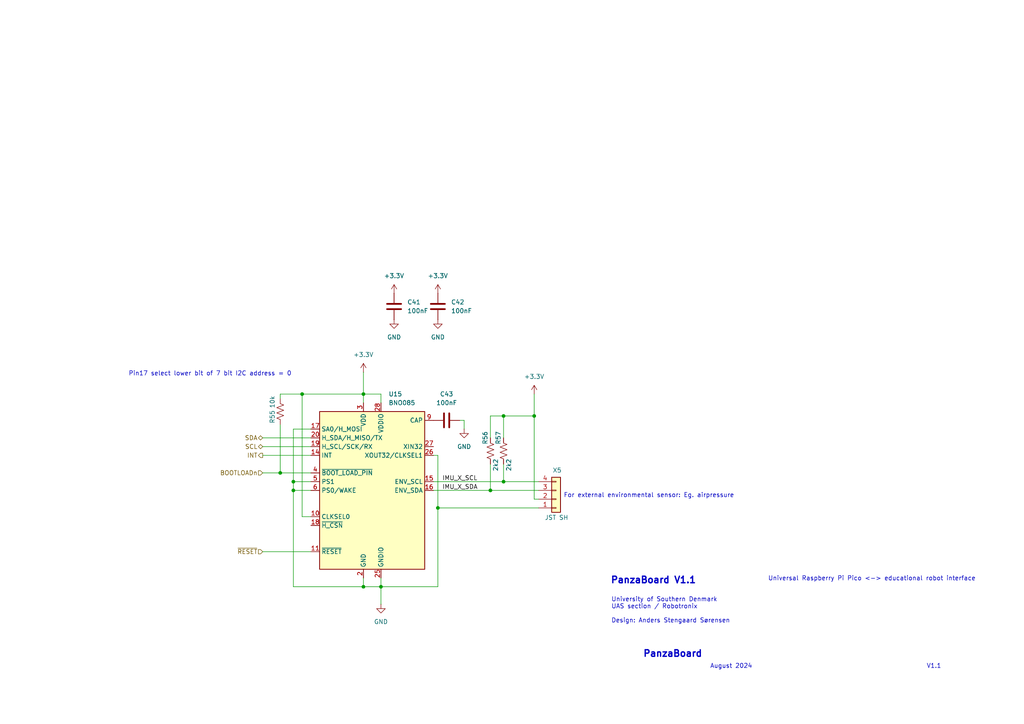
<source format=kicad_sch>
(kicad_sch (version 20231120) (generator "eeschema") (generator_version "8.0")
  (paper "A4")
  (lib_symbols
    (symbol "Connector_Generic:Conn_01x04" (pin_names (offset 1.016) hide)
      (property "Reference" "J" (at 0 5.08 0))
      (property "Value" "Conn_01x04" (at 0 -7.62 0))
      (symbol "Conn_01x04_1_1"
        (rectangle (start -1.27 -4.953) (end 0 -5.207) (stroke (width 0.1524)))
        (rectangle (start -1.27 -2.413) (end 0 -2.667) (stroke (width 0.1524)))
        (rectangle (start -1.27 0.127) (end 0 -0.127) (stroke (width 0.1524)))
        (rectangle (start -1.27 2.667) (end 0 2.413) (stroke (width 0.1524)))
        (rectangle (start -1.27 3.81) (end 1.27 -6.35) (stroke (width 0.254)) (fill (type background)))
        (pin passive line (at -5.08 2.54 0) (length 3.81) (name "Pin_1") (number "1"))
        (pin passive line (at -5.08 0 0) (length 3.81) (name "Pin_2") (number "2"))
        (pin passive line (at -5.08 -2.54 0) (length 3.81) (name "Pin_3") (number "3"))
        (pin passive line (at -5.08 -5.08 0) (length 3.81) (name "Pin_4") (number "4"))
      )
    )
    (symbol "Device:C" (pin_numbers hide) (pin_names (offset 0.254))
      (property "Reference" "C" (at 0.635 2.54 0))
      (property "Value" "C" (at 0.635 -2.54 0))
      (symbol "C_0_1"
        (polyline (pts (xy -2.032 -0.762) (xy 2.032 -0.762)) (stroke (width 0.508)))
        (polyline (pts (xy -2.032 0.762) (xy 2.032 0.762)) (stroke (width 0.508)))
      )
      (symbol "C_1_1"
        (pin passive line (at 0 3.81 270) (length 2.794) (name "~") (number "1"))
        (pin passive line (at 0 -3.81 90) (length 2.794) (name "~") (number "2"))
      )
    )
    (symbol "Device:R_US" (pin_numbers hide) (pin_names (offset 0))
      (property "Reference" "R" (at 2.54 0 90))
      (property "Value" "R_US" (at -2.54 0 90))
      (symbol "R_US_0_1"
        (polyline (pts (xy 0 -2.286) (xy 0 -2.54)))
        (polyline (pts (xy 0 2.286) (xy 0 2.54)))
        (polyline (pts (xy 0 -0.762) (xy 1.016 -1.143) (xy 0 -1.524) (xy -1.016 -1.905) (xy 0 -2.286)))
        (polyline (pts (xy 0 0.762) (xy 1.016 0.381) (xy 0 0) (xy -1.016 -0.381) (xy 0 -0.762)))
        (polyline (pts (xy 0 2.286) (xy 1.016 1.905) (xy 0 1.524) (xy -1.016 1.143) (xy 0 0.762)))
      )
      (symbol "R_US_1_1"
        (pin passive line (at 0 3.81 270) (length 1.27) (name "~") (number "1"))
        (pin passive line (at 0 -3.81 90) (length 1.27) (name "~") (number "2"))
      )
    )
    (symbol "ass_ic:BNO085"
      (property "Reference" "U" (at 7.112 24.13 0))
      (property "Value" "BNO085" (at 12.7 16.51 0))
      (symbol "BNO085_0_1"
        (rectangle (start -15.24 22.86) (end 15.24 -22.86) (stroke (width 0.254)) (fill (type background)))
      )
      (symbol "BNO085_1_1"
        (pin no_connect line (at -38.1 15.24 0) (length 2.54) hide (name "PIN1") (number "1"))
        (pin input line (at -17.78 -7.62 0) (length 2.54) (name "CLKSEL0") (number "10"))
        (pin input line (at -17.78 -17.78 0) (length 2.54) (name "~{RESET}") (number "11"))
        (pin no_connect line (at -41.91 1.27 180) (length 2.54) hide (name "PIN12") (number "12"))
        (pin no_connect line (at -41.91 -1.27 180) (length 2.54) hide (name "PIN13") (number "13"))
        (pin output line (at -17.78 10.16 0) (length 2.54) (name "INT") (number "14"))
        (pin bidirectional line (at 17.78 2.54 180) (length 2.54) (name "ENV_SCL") (number "15"))
        (pin bidirectional line (at 17.78 0 180) (length 2.54) (name "ENV_SDA") (number "16"))
        (pin input line (at -17.78 17.78 0) (length 2.54) (name "SA0/H_MOSI") (number "17"))
        (pin input line (at -17.78 -10.16 0) (length 2.54) (name "~{H_CSN}") (number "18"))
        (pin bidirectional line (at -17.78 12.7 0) (length 2.54) (name "H_SCL/SCK/RX") (number "19"))
        (pin power_in line (at -2.54 -25.4 90) (length 2.54) (name "GND") (number "2"))
        (pin bidirectional line (at -17.78 15.24 0) (length 2.54) (name "H_SDA/H_MISO/TX") (number "20"))
        (pin no_connect line (at -41.91 -5.08 180) (length 2.54) hide (name "PIN21") (number "21"))
        (pin no_connect line (at -41.91 -7.62 180) (length 2.54) hide (name "PIN22") (number "22"))
        (pin no_connect line (at -44.45 -12.7 180) (length 2.54) hide (name "PIN23") (number "23"))
        (pin no_connect line (at -44.45 -15.24 180) (length 2.54) hide (name "PIN24") (number "24"))
        (pin power_in line (at 2.54 -25.4 90) (length 2.54) (name "GNDIO") (number "25"))
        (pin bidirectional line (at 17.78 10.16 180) (length 2.54) (name "XOUT32/CLKSEL1") (number "26"))
        (pin input line (at 17.78 12.7 180) (length 2.54) (name "XIN32") (number "27"))
        (pin power_in line (at 2.54 25.4 270) (length 2.54) (name "VDDIO") (number "28"))
        (pin power_in line (at -2.54 25.4 270) (length 2.54) (name "VDD") (number "3"))
        (pin input line (at -17.78 5.08 0) (length 2.54) (name "~{BOOT_LOAD_PIN}") (number "4"))
        (pin input line (at -17.78 2.54 0) (length 2.54) (name "PS1") (number "5"))
        (pin input line (at -17.78 0 0) (length 2.54) (name "PS0/WAKE") (number "6"))
        (pin no_connect line (at -38.1 11.43 0) (length 2.54) hide (name "PIN7") (number "7"))
        (pin no_connect line (at -38.1 7.62 0) (length 2.54) hide (name "PIN8") (number "8"))
        (pin passive line (at 17.78 20.32 180) (length 2.54) (name "CAP") (number "9"))
      )
    )
    (symbol "power:+3.3V" (power) (pin_numbers hide) (pin_names (offset 0) hide)
      (property "Value" "+3.3V" (at 0 3.556 0))
      (symbol "+3.3V_0_1"
        (polyline (pts (xy -0.762 1.27) (xy 0 2.54)))
        (polyline (pts (xy 0 0) (xy 0 2.54)))
        (polyline (pts (xy 0 2.54) (xy 0.762 1.27)))
      )
      (symbol "+3.3V_1_1"
        (pin power_in line (at 0 0 90) (length 0) (name "~") (number "1"))
      )
    )
    (symbol "power:GND" (power) (pin_numbers hide) (pin_names (offset 0) hide)
      (property "Value" "GND" (at 0 -3.81 0))
      (symbol "GND_0_1"
        (polyline (pts (xy 0 0) (xy 0 -1.27) (xy 1.27 -1.27) (xy 0 -2.54) (xy -1.27 -1.27) (xy 0 -1.27)))
      )
      (symbol "GND_1_1"
        (pin power_in line (at 0 0 270) (length 0) (name "~") (number "1"))
      )
    )
  )
  (junction (at 146.05 139.7))
  (junction (at 85.09 142.24))
  (junction (at 142.24 142.24))
  (junction (at 146.05 120.65))
  (junction (at 154.94 120.65))
  (junction (at 85.09 139.7))
  (junction (at 87.63 114.3))
  (junction (at 127 147.32))
  (junction (at 105.41 170.18))
  (junction (at 105.41 114.3))
  (junction (at 81.28 137.16))
  (junction (at 110.49 170.18))
  (wire (pts (xy 142.24 134.62) (xy 142.24 142.24)))
  (wire (pts (xy 85.09 170.18) (xy 105.41 170.18)))
  (wire (pts (xy 110.49 170.18) (xy 105.41 170.18)))
  (wire (pts (xy 76.2 127) (xy 90.17 127)))
  (wire (pts (xy 125.73 142.24) (xy 142.24 142.24)))
  (wire (pts (xy 146.05 139.7) (xy 156.21 139.7)))
  (wire (pts (xy 127 170.18) (xy 110.49 170.18)))
  (wire (pts (xy 110.49 114.3) (xy 110.49 116.84)))
  (wire (pts (xy 85.09 124.46) (xy 90.17 124.46)))
  (wire (pts (xy 85.09 139.7) (xy 85.09 142.24)))
  (wire (pts (xy 142.24 127) (xy 142.24 120.65)))
  (wire (pts (xy 90.17 142.24) (xy 85.09 142.24)))
  (wire (pts (xy 87.63 149.86) (xy 87.63 114.3)))
  (wire (pts (xy 127 132.08) (xy 127 147.32)))
  (wire (pts (xy 133.35 121.92) (xy 134.62 121.92)))
  (wire (pts (xy 81.28 115.57) (xy 81.28 114.3)))
  (wire (pts (xy 146.05 120.65) (xy 154.94 120.65)))
  (wire (pts (xy 134.62 121.92) (xy 134.62 124.46)))
  (wire (pts (xy 146.05 120.65) (xy 146.05 127)))
  (wire (pts (xy 87.63 114.3) (xy 105.41 114.3)))
  (wire (pts (xy 105.41 107.95) (xy 105.41 114.3)))
  (wire (pts (xy 76.2 129.54) (xy 90.17 129.54)))
  (wire (pts (xy 110.49 167.64) (xy 110.49 170.18)))
  (wire (pts (xy 127 147.32) (xy 156.21 147.32)))
  (wire (pts (xy 90.17 137.16) (xy 81.28 137.16)))
  (wire (pts (xy 76.2 132.08) (xy 90.17 132.08)))
  (wire (pts (xy 85.09 139.7) (xy 85.09 124.46)))
  (wire (pts (xy 154.94 120.65) (xy 154.94 144.78)))
  (wire (pts (xy 142.24 120.65) (xy 146.05 120.65)))
  (wire (pts (xy 127 147.32) (xy 127 170.18)))
  (wire (pts (xy 156.21 144.78) (xy 154.94 144.78)))
  (wire (pts (xy 146.05 134.62) (xy 146.05 139.7)))
  (wire (pts (xy 85.09 142.24) (xy 85.09 170.18)))
  (wire (pts (xy 105.41 167.64) (xy 105.41 170.18)))
  (wire (pts (xy 154.94 114.3) (xy 154.94 120.65)))
  (wire (pts (xy 105.41 114.3) (xy 105.41 116.84)))
  (wire (pts (xy 142.24 142.24) (xy 156.21 142.24)))
  (wire (pts (xy 76.2 160.02) (xy 90.17 160.02)))
  (wire (pts (xy 110.49 170.18) (xy 110.49 175.26)))
  (wire (pts (xy 105.41 114.3) (xy 110.49 114.3)))
  (wire (pts (xy 90.17 139.7) (xy 85.09 139.7)))
  (wire (pts (xy 81.28 137.16) (xy 76.2 137.16)))
  (wire (pts (xy 81.28 114.3) (xy 87.63 114.3)))
  (wire (pts (xy 81.28 123.19) (xy 81.28 137.16)))
  (wire (pts (xy 125.73 132.08) (xy 127 132.08)))
  (wire (pts (xy 125.73 139.7) (xy 146.05 139.7)))
  (wire (pts (xy 90.17 149.86) (xy 87.63 149.86)))
  (text "University of Southern Denmark\nUAS section / Robotronix\n\nDesign: Anders Stengaard Sørensen" (at 177.292 177.038 0) (effects (font (size 1.27 1.27)) (justify left)))
  (text "PanzaBoard V1.1" (at 177.038 168.402 0) (effects (font (size 1.905 1.905) (thickness 0.381) (bold yes)) (justify left)))
  (text "August 2024" (at 212.09 193.294 0) (effects (font (size 1.27 1.27))))
  (text "Universal Raspberry Pi Pico <-> educational robot interface" (at 222.758 167.894 0) (effects (font (size 1.27 1.27)) (justify left)))
  (text "For external environmental sensor: Eg. airpressure" (at 188.214 143.764 0) (effects (font (size 1.27 1.27))))
  (text "PanzaBoard" (at 186.436 189.738 0) (effects (font (size 1.905 1.905) (thickness 0.381) (bold yes)) (justify left)))
  (text "V1.1" (at 268.732 193.294 0) (effects (font (size 1.27 1.27)) (justify left)))
  (text "Pin17 select lower bit of 7 bit I2C address = 0" (at 84.582 108.458 0) (effects (font (size 1.27 1.27)) (justify right)))
  (label "IMU_X_SDA" (at 128.27 142.24 0))
  (label "IMU_X_SCL" (at 128.27 139.7 0))
  (hierarchical_label "INT" (shape output) (at 76.2 132.08 180))
  (hierarchical_label "SCL" (shape bidirectional) (at 76.2 129.54 180))
  (hierarchical_label "~{RESET}" (shape input) (at 76.2 160.02 180))
  (hierarchical_label "BOOTLOADn" (shape input) (at 76.2 137.16 180))
  (hierarchical_label "SDA" (shape bidirectional) (at 76.2 127 180))
  (symbol (lib_id "Device:C") (at 129.54 121.92 90) (unit 1)
    (property "Reference" "C43" (at 129.54 114.3 90))
    (property "Value" "100nF" (at 129.54 116.84 90))
    (property "Footprint" "Capacitor_SMD:C_0603_1608Metric" (effects (hide yes)))
    (property "Description" "Unpolarized capacitor" (effects (hide yes)))
  )
  (symbol (lib_id "Device:R_US") (at 81.28 119.38 180) (unit 1)
    (property "Reference" "R55" (at 78.994 120.904 90))
    (property "Value" "10k" (at 78.994 116.586 90))
    (property "Footprint" "Resistor_SMD:R_0603_1608Metric" (effects (hide yes)))
    (property "Description" "Resistor, US symbol" (effects (hide yes)))
  )
  (symbol (lib_id "power:+3.3V") (at 105.41 107.95 0) (unit 1)
    (property "Reference" "#PWR096" (effects (hide yes)))
    (property "Value" "+3.3V" (at 105.41 102.87 0))
    (property "Description" "Power symbol creates a global label with name \"+3.3V\"" (effects (hide yes)))
  )
  (symbol (lib_id "power:GND") (at 110.49 175.26 0) (unit 1)
    (property "Reference" "#PWR097" (effects (hide yes)))
    (property "Value" "GND" (at 110.49 180.34 0))
    (property "Description" "Power symbol creates a global label with name \"GND\" , ground" (effects (hide yes)))
  )
  (symbol (lib_id "power:+3.3V") (at 154.94 114.3 0) (unit 1)
    (property "Reference" "#PWR0103" (effects (hide yes)))
    (property "Value" "+3.3V" (at 154.94 109.22 0))
    (property "Description" "Power symbol creates a global label with name \"+3.3V\"" (effects (hide yes)))
  )
  (symbol (lib_id "Device:C") (at 114.3 88.9 180) (unit 1)
    (property "Reference" "C41" (at 118.11 87.6299 0) (effects (justify right)))
    (property "Value" "100nF" (at 118.11 90.1699 0) (effects (justify right)))
    (property "Footprint" "Capacitor_SMD:C_0603_1608Metric" (effects (hide yes)))
    (property "Description" "Unpolarized capacitor" (effects (hide yes)))
  )
  (symbol (lib_id "power:GND") (at 134.62 124.46 0) (unit 1)
    (property "Reference" "#PWR0102" (effects (hide yes)))
    (property "Value" "GND" (at 134.62 129.54 0))
    (property "Description" "Power symbol creates a global label with name \"GND\" , ground" (effects (hide yes)))
  )
  (symbol (lib_id "ass_ic:BNO085") (at 107.95 142.24 0) (unit 1)
    (property "Reference" "U15" (at 112.6841 114.3 0) (effects (justify left)))
    (property "Value" "BNO085" (at 112.6841 116.84 0) (effects (justify left)))
    (property "Footprint" "Package_LGA:LGA-28_5.2x3.8mm_P0.5mm" (effects (hide yes)))
    (property "Datasheet" "https://www.bosch-sensortec.com/media/boschsensortec/downloads/datasheets/bst-bno055-ds000.pdf" (effects (hide yes)))
    (property "Description" "Intelligent 9-axis absolute orientation sensor, LGA-28" (effects (hide yes)))
    (property "MFR" "BNO085 " (effects (hide yes)))
    (property "MFR#" "CEVA" (effects (hide yes)))
    (property "Vendor" "Mouser" (effects (hide yes)))
    (property "Vendor ID" "526-BNO085" (effects (hide yes)))
  )
  (symbol (lib_id "Device:R_US") (at 146.05 130.81 0) (unit 1)
    (property "Reference" "R57" (at 144.526 127 90))
    (property "Value" "2k2" (at 147.574 134.874 90))
    (property "Footprint" "Resistor_SMD:R_0603_1608Metric" (effects (hide yes)))
    (property "Description" "Resistor, US symbol" (effects (hide yes)))
  )
  (symbol (lib_id "Connector_Generic:Conn_01x04") (at 161.29 144.78 0) (mirror x) (unit 1)
    (property "Reference" "X5" (at 160.274 136.398 0) (effects (justify left)))
    (property "Value" "JST SH" (at 157.988 150.114 0) (effects (justify left)))
    (property "Footprint" "Connector_JST:JST_SH_SM04B-SRSS-TB_1x04-1MP_P1.00mm_Horizontal" (effects (hide yes)))
    (property "Description" "Generic connector, single row, 01x04, script generated (kicad-library-utils/schlib/autogen/connector/)" (effects (hide yes)))
  )
  (symbol (lib_id "power:GND") (at 114.3 92.71 0) (unit 1)
    (property "Reference" "#PWR099" (effects (hide yes)))
    (property "Value" "GND" (at 114.3 97.79 0))
    (property "Description" "Power symbol creates a global label with name \"GND\" , ground" (effects (hide yes)))
  )
  (symbol (lib_id "power:GND") (at 127 92.71 0) (unit 1)
    (property "Reference" "#PWR0101" (effects (hide yes)))
    (property "Value" "GND" (at 127 97.79 0))
    (property "Description" "Power symbol creates a global label with name \"GND\" , ground" (effects (hide yes)))
  )
  (symbol (lib_id "power:+3.3V") (at 114.3 85.09 0) (unit 1)
    (property "Reference" "#PWR098" (effects (hide yes)))
    (property "Value" "+3.3V" (at 114.3 80.01 0))
    (property "Description" "Power symbol creates a global label with name \"+3.3V\"" (effects (hide yes)))
  )
  (symbol (lib_id "Device:C") (at 127 88.9 180) (unit 1)
    (property "Reference" "C42" (at 130.81 87.6299 0) (effects (justify right)))
    (property "Value" "100nF" (at 130.81 90.1699 0) (effects (justify right)))
    (property "Footprint" "Capacitor_SMD:C_0603_1608Metric" (effects (hide yes)))
    (property "Description" "Unpolarized capacitor" (effects (hide yes)))
  )
  (symbol (lib_id "power:+3.3V") (at 127 85.09 0) (unit 1)
    (property "Reference" "#PWR0100" (effects (hide yes)))
    (property "Value" "+3.3V" (at 127 80.01 0))
    (property "Description" "Power symbol creates a global label with name \"+3.3V\"" (effects (hide yes)))
  )
  (symbol (lib_id "Device:R_US") (at 142.24 130.81 0) (unit 1)
    (property "Reference" "R56" (at 140.716 127 90))
    (property "Value" "2k2" (at 143.764 134.874 90))
    (property "Footprint" "Resistor_SMD:R_0603_1608Metric" (effects (hide yes)))
    (property "Description" "Resistor, US symbol" (effects (hide yes)))
  )
)
</source>
